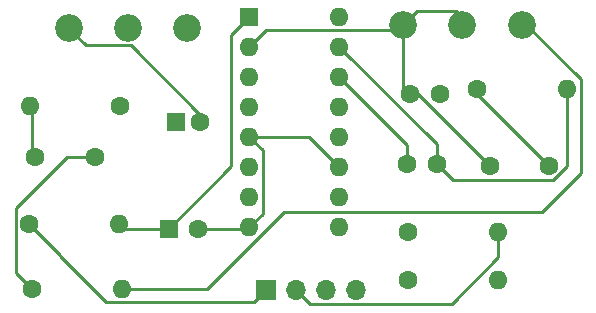
<source format=gbr>
%TF.GenerationSoftware,KiCad,Pcbnew,7.0.11+dfsg-1build4*%
%TF.CreationDate,2026-02-07T21:52:43-05:00*%
%TF.ProjectId,redllama,7265646c-6c61-46d6-912e-6b696361645f,rev?*%
%TF.SameCoordinates,Original*%
%TF.FileFunction,Copper,L1,Top*%
%TF.FilePolarity,Positive*%
%FSLAX46Y46*%
G04 Gerber Fmt 4.6, Leading zero omitted, Abs format (unit mm)*
G04 Created by KiCad (PCBNEW 7.0.11+dfsg-1build4) date 2026-02-07 21:52:43*
%MOMM*%
%LPD*%
G01*
G04 APERTURE LIST*
%TA.AperFunction,ComponentPad*%
%ADD10C,1.600000*%
%TD*%
%TA.AperFunction,ComponentPad*%
%ADD11O,1.600000X1.600000*%
%TD*%
%TA.AperFunction,ComponentPad*%
%ADD12R,1.700000X1.700000*%
%TD*%
%TA.AperFunction,ComponentPad*%
%ADD13O,1.700000X1.700000*%
%TD*%
%TA.AperFunction,ComponentPad*%
%ADD14C,2.340000*%
%TD*%
%TA.AperFunction,ComponentPad*%
%ADD15R,1.600000X1.600000*%
%TD*%
%TA.AperFunction,Conductor*%
%ADD16C,0.250000*%
%TD*%
G04 APERTURE END LIST*
D10*
%TO.P,R3,1*%
%TO.N,GND*%
X134493000Y-120777000D03*
D11*
%TO.P,R3,2*%
%TO.N,out*%
X142113000Y-120777000D03*
%TD*%
D12*
%TO.P,J1,1,Pin_1*%
%TO.N,9v*%
X122428000Y-125730000D03*
D13*
%TO.P,J1,2,Pin_2*%
%TO.N,out*%
X124968000Y-125730000D03*
%TO.P,J1,3,Pin_3*%
%TO.N,IN*%
X127508000Y-125730000D03*
%TO.P,J1,4,Pin_4*%
%TO.N,GND*%
X130048000Y-125730000D03*
%TD*%
D10*
%TO.P,R4,1*%
%TO.N,9v*%
X102362000Y-120142000D03*
D11*
%TO.P,R4,2*%
%TO.N,Net-(U1G-VCC)*%
X109982000Y-120142000D03*
%TD*%
D10*
%TO.P,C2,1*%
%TO.N,Net-(C1-Pad2)*%
X137120000Y-109093000D03*
%TO.P,C2,2*%
%TO.N,Net-(C2-Pad2)*%
X134620000Y-109093000D03*
%TD*%
%TO.P,R1,1*%
%TO.N,IN*%
X110109000Y-110109000D03*
D11*
%TO.P,R1,2*%
%TO.N,Net-(C1-Pad1)*%
X102489000Y-110109000D03*
%TD*%
D14*
%TO.P,RV2,1,1*%
%TO.N,GND*%
X115744000Y-103505000D03*
%TO.P,RV2,2,2*%
%TO.N,out*%
X110744000Y-103505000D03*
%TO.P,RV2,3,3*%
%TO.N,Net-(C5-Pad2)*%
X105744000Y-103505000D03*
%TD*%
D15*
%TO.P,C5,1*%
%TO.N,Net-(C4-Pad2)*%
X114840000Y-111506000D03*
D10*
%TO.P,C5,2*%
%TO.N,Net-(C5-Pad2)*%
X116840000Y-111506000D03*
%TD*%
%TO.P,C3,1*%
%TO.N,Net-(C2-Pad2)*%
X141391000Y-115189000D03*
%TO.P,C3,2*%
%TO.N,Net-(C3-Pad2)*%
X146391000Y-115189000D03*
%TD*%
%TO.P,R6,1*%
%TO.N,Net-(C1-Pad2)*%
X102590000Y-125600000D03*
D11*
%TO.P,R6,2*%
%TO.N,Net-(R6-Pad2)*%
X110210000Y-125600000D03*
%TD*%
D15*
%TO.P,C6,1*%
%TO.N,Net-(U1G-VCC)*%
X114213000Y-120523000D03*
D10*
%TO.P,C6,2*%
%TO.N,GND*%
X116713000Y-120523000D03*
%TD*%
D15*
%TO.P,U1,1,VCC*%
%TO.N,Net-(U1G-VCC)*%
X121031000Y-102616000D03*
D11*
%TO.P,U1,2*%
%TO.N,Net-(C2-Pad2)*%
X121031000Y-105156000D03*
%TO.P,U1,3*%
%TO.N,Net-(C1-Pad2)*%
X121031000Y-107696000D03*
%TO.P,U1,4*%
%TO.N,unconnected-(U1-Pad4)*%
X121031000Y-110236000D03*
%TO.P,U1,5*%
%TO.N,GND*%
X121031000Y-112776000D03*
%TO.P,U1,6*%
%TO.N,unconnected-(U1-Pad6)*%
X121031000Y-115316000D03*
%TO.P,U1,7*%
%TO.N,GND*%
X121031000Y-117856000D03*
%TO.P,U1,8,VSS*%
X121031000Y-120396000D03*
%TO.P,U1,9*%
X128651000Y-120396000D03*
%TO.P,U1,10*%
%TO.N,unconnected-(U1-Pad10)*%
X128651000Y-117856000D03*
%TO.P,U1,11*%
%TO.N,GND*%
X128651000Y-115316000D03*
%TO.P,U1,12*%
%TO.N,unconnected-(U1-Pad12)*%
X128651000Y-112776000D03*
%TO.P,U1,13*%
%TO.N,N/C*%
X128651000Y-110236000D03*
%TO.P,U1,14*%
%TO.N,Net-(C3-Pad2)*%
X128651000Y-107696000D03*
%TO.P,U1,15*%
%TO.N,Net-(C4-Pad2)*%
X128651000Y-105156000D03*
%TO.P,U1,16*%
%TO.N,N/C*%
X128651000Y-102616000D03*
%TD*%
D10*
%TO.P,R5,1*%
%TO.N,GND*%
X134493000Y-124841000D03*
D11*
%TO.P,R5,2*%
%TO.N,IN*%
X142113000Y-124841000D03*
%TD*%
D10*
%TO.P,R2,1*%
%TO.N,Net-(C3-Pad2)*%
X140335000Y-108712000D03*
D11*
%TO.P,R2,2*%
%TO.N,Net-(C4-Pad2)*%
X147955000Y-108712000D03*
%TD*%
D10*
%TO.P,C1,1*%
%TO.N,Net-(C1-Pad1)*%
X102910000Y-114427000D03*
%TO.P,C1,2*%
%TO.N,Net-(C1-Pad2)*%
X107910000Y-114427000D03*
%TD*%
%TO.P,C4,1*%
%TO.N,Net-(C3-Pad2)*%
X134386000Y-115062000D03*
%TO.P,C4,2*%
%TO.N,Net-(C4-Pad2)*%
X136886000Y-115062000D03*
%TD*%
D14*
%TO.P,RV1,1,1*%
%TO.N,Net-(R6-Pad2)*%
X144065000Y-103251000D03*
%TO.P,RV1,2,2*%
%TO.N,Net-(C2-Pad2)*%
X139065000Y-103251000D03*
%TO.P,RV1,3,3*%
X134065000Y-103251000D03*
%TD*%
D16*
%TO.N,Net-(C1-Pad1)*%
X102600000Y-110220000D02*
X102489000Y-110109000D01*
X102600000Y-114117000D02*
X102600000Y-110220000D01*
X102910000Y-114427000D02*
X102600000Y-114117000D01*
%TO.N,Net-(C1-Pad2)*%
X105573000Y-114427000D02*
X107910000Y-114427000D01*
X101237000Y-124247000D02*
X101237000Y-118763000D01*
X101237000Y-118763000D02*
X105573000Y-114427000D01*
X102362000Y-125349000D02*
X102616000Y-125603000D01*
X102590000Y-125600000D02*
X101237000Y-124247000D01*
%TO.N,Net-(C2-Pad2)*%
X138484397Y-102081001D02*
X139359698Y-102956302D01*
X134065000Y-103251000D02*
X135234999Y-102081001D01*
X134018000Y-108491000D02*
X134620000Y-109093000D01*
X122446000Y-103741000D02*
X133528000Y-103741000D01*
X133528000Y-103741000D02*
X134018000Y-103251000D01*
X135234999Y-102081001D02*
X138484397Y-102081001D01*
X134018000Y-103251000D02*
X134018000Y-108491000D01*
X121031000Y-105156000D02*
X122446000Y-103741000D01*
X141391000Y-115189000D02*
X135295000Y-109093000D01*
X135295000Y-109093000D02*
X134620000Y-109093000D01*
%TO.N,Net-(C3-Pad2)*%
X140335000Y-109133000D02*
X140335000Y-108712000D01*
X134386000Y-113431000D02*
X128651000Y-107696000D01*
X146391000Y-115189000D02*
X140335000Y-109133000D01*
X134386000Y-115062000D02*
X134386000Y-113431000D01*
%TO.N,Net-(C4-Pad2)*%
X147955000Y-115215991D02*
X147955000Y-108712000D01*
X136886000Y-113391000D02*
X128651000Y-105156000D01*
X138265000Y-116441000D02*
X146729991Y-116441000D01*
X146729991Y-116441000D02*
X147955000Y-115215991D01*
X136886000Y-115062000D02*
X136886000Y-113391000D01*
X136886000Y-115062000D02*
X138265000Y-116441000D01*
%TO.N,Net-(C5-Pad2)*%
X107192000Y-105000000D02*
X110969000Y-105000000D01*
X105697000Y-103505000D02*
X107192000Y-105000000D01*
X110969000Y-105000000D02*
X116840000Y-110871000D01*
X116840000Y-110871000D02*
X116840000Y-111506000D01*
%TO.N,Net-(U1G-VCC)*%
X119507000Y-115229000D02*
X119507000Y-104140000D01*
X114213000Y-120523000D02*
X119507000Y-115229000D01*
X110363000Y-120523000D02*
X109982000Y-120142000D01*
X114213000Y-120523000D02*
X110363000Y-120523000D01*
X119507000Y-104140000D02*
X121031000Y-102616000D01*
X114213000Y-120523000D02*
X113850000Y-120886000D01*
%TO.N,GND*%
X122156000Y-119271000D02*
X122156000Y-113901000D01*
X121031000Y-112776000D02*
X126111000Y-112776000D01*
X126111000Y-112776000D02*
X128651000Y-115316000D01*
X121031000Y-120396000D02*
X122156000Y-119271000D01*
X122156000Y-113901000D02*
X121031000Y-112776000D01*
X120904000Y-120523000D02*
X121031000Y-120396000D01*
X116713000Y-120523000D02*
X120904000Y-120523000D01*
%TO.N,Net-(R6-Pad2)*%
X117417991Y-125600000D02*
X123917991Y-119100000D01*
X145800000Y-119100000D02*
X149100000Y-115800000D01*
X123917991Y-119100000D02*
X145800000Y-119100000D01*
X149100000Y-107883000D02*
X144468000Y-103251000D01*
X110363000Y-125730000D02*
X110236000Y-125603000D01*
X110210000Y-125600000D02*
X117417991Y-125600000D01*
X149100000Y-115800000D02*
X149100000Y-107883000D01*
%TO.N,9v*%
X105000000Y-122780000D02*
X102362000Y-120142000D01*
X105000000Y-122800000D02*
X105000000Y-122780000D01*
X108925000Y-126725000D02*
X105000000Y-122800000D01*
X122428000Y-125730000D02*
X121433000Y-126725000D01*
X121433000Y-126725000D02*
X108925000Y-126725000D01*
%TO.N,out*%
X138144000Y-126905000D02*
X142113000Y-122936000D01*
X124968000Y-125730000D02*
X126143000Y-126905000D01*
X142113000Y-122936000D02*
X142113000Y-120777000D01*
X126143000Y-126905000D02*
X138144000Y-126905000D01*
%TD*%
M02*

</source>
